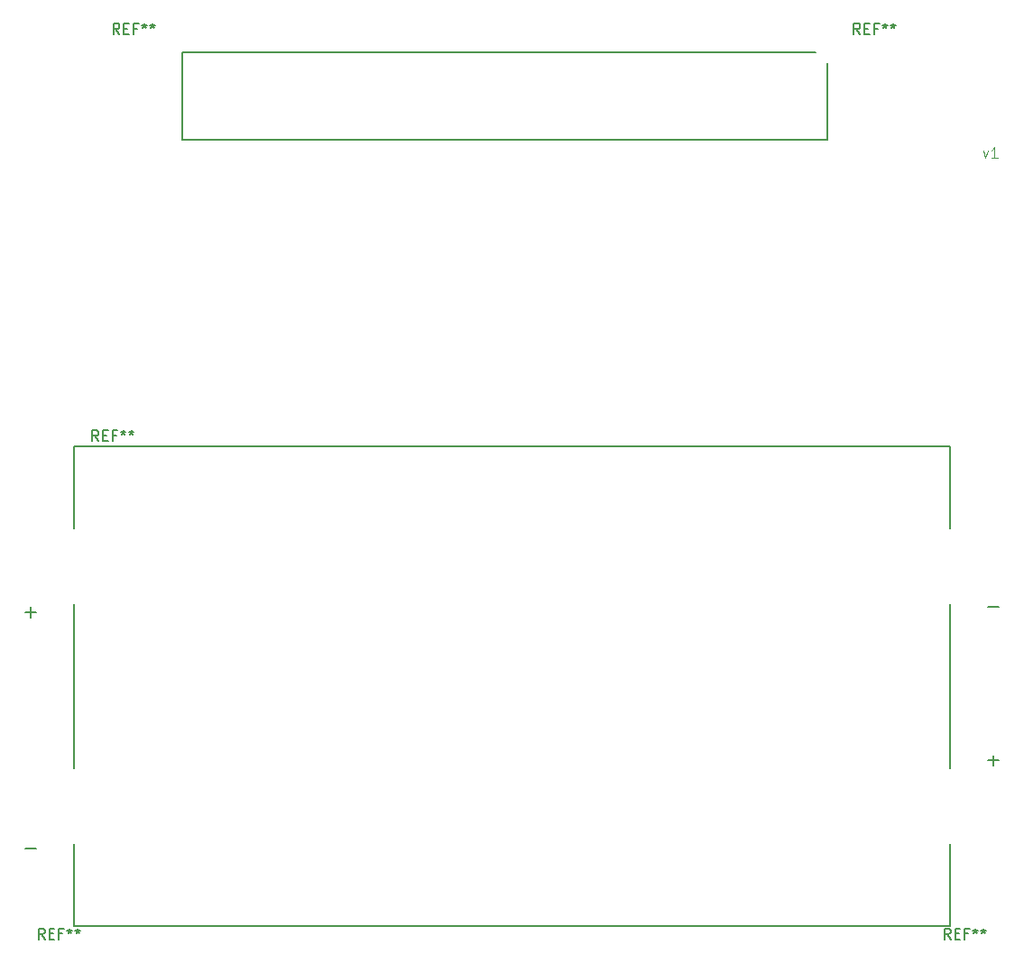
<source format=gbr>
%TF.GenerationSoftware,KiCad,Pcbnew,8.0.0*%
%TF.CreationDate,2025-01-17T03:21:33+02:00*%
%TF.ProjectId,diplomna_2024_bms_pcb_layout,6469706c-6f6d-46e6-915f-323032345f62,rev?*%
%TF.SameCoordinates,Original*%
%TF.FileFunction,Legend,Top*%
%TF.FilePolarity,Positive*%
%FSLAX46Y46*%
G04 Gerber Fmt 4.6, Leading zero omitted, Abs format (unit mm)*
G04 Created by KiCad (PCBNEW 8.0.0) date 2025-01-17 03:21:33*
%MOMM*%
%LPD*%
G01*
G04 APERTURE LIST*
%ADD10C,0.100000*%
%ADD11C,0.150000*%
%ADD12C,0.200000*%
%ADD13C,0.127000*%
G04 APERTURE END LIST*
D10*
X266708646Y-61705752D02*
X266946741Y-62372419D01*
X266946741Y-62372419D02*
X267184836Y-61705752D01*
X268089598Y-62372419D02*
X267518170Y-62372419D01*
X267803884Y-62372419D02*
X267803884Y-61372419D01*
X267803884Y-61372419D02*
X267708646Y-61515276D01*
X267708646Y-61515276D02*
X267613408Y-61610514D01*
X267613408Y-61610514D02*
X267518170Y-61658133D01*
D11*
X263666666Y-135754819D02*
X263333333Y-135278628D01*
X263095238Y-135754819D02*
X263095238Y-134754819D01*
X263095238Y-134754819D02*
X263476190Y-134754819D01*
X263476190Y-134754819D02*
X263571428Y-134802438D01*
X263571428Y-134802438D02*
X263619047Y-134850057D01*
X263619047Y-134850057D02*
X263666666Y-134945295D01*
X263666666Y-134945295D02*
X263666666Y-135088152D01*
X263666666Y-135088152D02*
X263619047Y-135183390D01*
X263619047Y-135183390D02*
X263571428Y-135231009D01*
X263571428Y-135231009D02*
X263476190Y-135278628D01*
X263476190Y-135278628D02*
X263095238Y-135278628D01*
X264095238Y-135231009D02*
X264428571Y-135231009D01*
X264571428Y-135754819D02*
X264095238Y-135754819D01*
X264095238Y-135754819D02*
X264095238Y-134754819D01*
X264095238Y-134754819D02*
X264571428Y-134754819D01*
X265333333Y-135231009D02*
X265000000Y-135231009D01*
X265000000Y-135754819D02*
X265000000Y-134754819D01*
X265000000Y-134754819D02*
X265476190Y-134754819D01*
X266000000Y-134754819D02*
X266000000Y-134992914D01*
X265761905Y-134897676D02*
X266000000Y-134992914D01*
X266000000Y-134992914D02*
X266238095Y-134897676D01*
X265857143Y-135183390D02*
X266000000Y-134992914D01*
X266000000Y-134992914D02*
X266142857Y-135183390D01*
X266761905Y-134754819D02*
X266761905Y-134992914D01*
X266523810Y-134897676D02*
X266761905Y-134992914D01*
X266761905Y-134992914D02*
X267000000Y-134897676D01*
X266619048Y-135183390D02*
X266761905Y-134992914D01*
X266761905Y-134992914D02*
X266904762Y-135183390D01*
X185666666Y-50754819D02*
X185333333Y-50278628D01*
X185095238Y-50754819D02*
X185095238Y-49754819D01*
X185095238Y-49754819D02*
X185476190Y-49754819D01*
X185476190Y-49754819D02*
X185571428Y-49802438D01*
X185571428Y-49802438D02*
X185619047Y-49850057D01*
X185619047Y-49850057D02*
X185666666Y-49945295D01*
X185666666Y-49945295D02*
X185666666Y-50088152D01*
X185666666Y-50088152D02*
X185619047Y-50183390D01*
X185619047Y-50183390D02*
X185571428Y-50231009D01*
X185571428Y-50231009D02*
X185476190Y-50278628D01*
X185476190Y-50278628D02*
X185095238Y-50278628D01*
X186095238Y-50231009D02*
X186428571Y-50231009D01*
X186571428Y-50754819D02*
X186095238Y-50754819D01*
X186095238Y-50754819D02*
X186095238Y-49754819D01*
X186095238Y-49754819D02*
X186571428Y-49754819D01*
X187333333Y-50231009D02*
X187000000Y-50231009D01*
X187000000Y-50754819D02*
X187000000Y-49754819D01*
X187000000Y-49754819D02*
X187476190Y-49754819D01*
X188000000Y-49754819D02*
X188000000Y-49992914D01*
X187761905Y-49897676D02*
X188000000Y-49992914D01*
X188000000Y-49992914D02*
X188238095Y-49897676D01*
X187857143Y-50183390D02*
X188000000Y-49992914D01*
X188000000Y-49992914D02*
X188142857Y-50183390D01*
X188761905Y-49754819D02*
X188761905Y-49992914D01*
X188523810Y-49897676D02*
X188761905Y-49992914D01*
X188761905Y-49992914D02*
X189000000Y-49897676D01*
X188619048Y-50183390D02*
X188761905Y-49992914D01*
X188761905Y-49992914D02*
X188904762Y-50183390D01*
X178666666Y-135754819D02*
X178333333Y-135278628D01*
X178095238Y-135754819D02*
X178095238Y-134754819D01*
X178095238Y-134754819D02*
X178476190Y-134754819D01*
X178476190Y-134754819D02*
X178571428Y-134802438D01*
X178571428Y-134802438D02*
X178619047Y-134850057D01*
X178619047Y-134850057D02*
X178666666Y-134945295D01*
X178666666Y-134945295D02*
X178666666Y-135088152D01*
X178666666Y-135088152D02*
X178619047Y-135183390D01*
X178619047Y-135183390D02*
X178571428Y-135231009D01*
X178571428Y-135231009D02*
X178476190Y-135278628D01*
X178476190Y-135278628D02*
X178095238Y-135278628D01*
X179095238Y-135231009D02*
X179428571Y-135231009D01*
X179571428Y-135754819D02*
X179095238Y-135754819D01*
X179095238Y-135754819D02*
X179095238Y-134754819D01*
X179095238Y-134754819D02*
X179571428Y-134754819D01*
X180333333Y-135231009D02*
X180000000Y-135231009D01*
X180000000Y-135754819D02*
X180000000Y-134754819D01*
X180000000Y-134754819D02*
X180476190Y-134754819D01*
X181000000Y-134754819D02*
X181000000Y-134992914D01*
X180761905Y-134897676D02*
X181000000Y-134992914D01*
X181000000Y-134992914D02*
X181238095Y-134897676D01*
X180857143Y-135183390D02*
X181000000Y-134992914D01*
X181000000Y-134992914D02*
X181142857Y-135183390D01*
X181761905Y-134754819D02*
X181761905Y-134992914D01*
X181523810Y-134897676D02*
X181761905Y-134992914D01*
X181761905Y-134992914D02*
X182000000Y-134897676D01*
X181619048Y-135183390D02*
X181761905Y-134992914D01*
X181761905Y-134992914D02*
X181904762Y-135183390D01*
X255166666Y-50754819D02*
X254833333Y-50278628D01*
X254595238Y-50754819D02*
X254595238Y-49754819D01*
X254595238Y-49754819D02*
X254976190Y-49754819D01*
X254976190Y-49754819D02*
X255071428Y-49802438D01*
X255071428Y-49802438D02*
X255119047Y-49850057D01*
X255119047Y-49850057D02*
X255166666Y-49945295D01*
X255166666Y-49945295D02*
X255166666Y-50088152D01*
X255166666Y-50088152D02*
X255119047Y-50183390D01*
X255119047Y-50183390D02*
X255071428Y-50231009D01*
X255071428Y-50231009D02*
X254976190Y-50278628D01*
X254976190Y-50278628D02*
X254595238Y-50278628D01*
X255595238Y-50231009D02*
X255928571Y-50231009D01*
X256071428Y-50754819D02*
X255595238Y-50754819D01*
X255595238Y-50754819D02*
X255595238Y-49754819D01*
X255595238Y-49754819D02*
X256071428Y-49754819D01*
X256833333Y-50231009D02*
X256500000Y-50231009D01*
X256500000Y-50754819D02*
X256500000Y-49754819D01*
X256500000Y-49754819D02*
X256976190Y-49754819D01*
X257500000Y-49754819D02*
X257500000Y-49992914D01*
X257261905Y-49897676D02*
X257500000Y-49992914D01*
X257500000Y-49992914D02*
X257738095Y-49897676D01*
X257357143Y-50183390D02*
X257500000Y-49992914D01*
X257500000Y-49992914D02*
X257642857Y-50183390D01*
X258261905Y-49754819D02*
X258261905Y-49992914D01*
X258023810Y-49897676D02*
X258261905Y-49992914D01*
X258261905Y-49992914D02*
X258500000Y-49897676D01*
X258119048Y-50183390D02*
X258261905Y-49992914D01*
X258261905Y-49992914D02*
X258404762Y-50183390D01*
X183701666Y-88959819D02*
X183368333Y-88483628D01*
X183130238Y-88959819D02*
X183130238Y-87959819D01*
X183130238Y-87959819D02*
X183511190Y-87959819D01*
X183511190Y-87959819D02*
X183606428Y-88007438D01*
X183606428Y-88007438D02*
X183654047Y-88055057D01*
X183654047Y-88055057D02*
X183701666Y-88150295D01*
X183701666Y-88150295D02*
X183701666Y-88293152D01*
X183701666Y-88293152D02*
X183654047Y-88388390D01*
X183654047Y-88388390D02*
X183606428Y-88436009D01*
X183606428Y-88436009D02*
X183511190Y-88483628D01*
X183511190Y-88483628D02*
X183130238Y-88483628D01*
X184130238Y-88436009D02*
X184463571Y-88436009D01*
X184606428Y-88959819D02*
X184130238Y-88959819D01*
X184130238Y-88959819D02*
X184130238Y-87959819D01*
X184130238Y-87959819D02*
X184606428Y-87959819D01*
X185368333Y-88436009D02*
X185035000Y-88436009D01*
X185035000Y-88959819D02*
X185035000Y-87959819D01*
X185035000Y-87959819D02*
X185511190Y-87959819D01*
X186035000Y-87959819D02*
X186035000Y-88197914D01*
X185796905Y-88102676D02*
X186035000Y-88197914D01*
X186035000Y-88197914D02*
X186273095Y-88102676D01*
X185892143Y-88388390D02*
X186035000Y-88197914D01*
X186035000Y-88197914D02*
X186177857Y-88388390D01*
X186796905Y-87959819D02*
X186796905Y-88197914D01*
X186558810Y-88102676D02*
X186796905Y-88197914D01*
X186796905Y-88197914D02*
X187035000Y-88102676D01*
X186654048Y-88388390D02*
X186796905Y-88197914D01*
X186796905Y-88197914D02*
X186939762Y-88388390D01*
D12*
%TO.C,J\u002A\u002A*%
X191600000Y-52500000D02*
X191600000Y-60700000D01*
X191600000Y-60700000D02*
X252100000Y-60700000D01*
X251000000Y-52500000D02*
X191600000Y-52500000D01*
X252100000Y-60700000D02*
X252100000Y-53500000D01*
D13*
%TO.C,REF\u002A\u002A*%
X176815000Y-105025000D02*
X177815000Y-105025000D01*
X176815000Y-127225000D02*
X177815000Y-127225000D01*
X177315000Y-104525000D02*
X177315000Y-105525000D01*
X181402800Y-89445000D02*
X263597200Y-89445000D01*
X181402800Y-97175000D02*
X181402800Y-89445000D01*
X181402800Y-119725000D02*
X181402800Y-104275000D01*
X181402800Y-134555000D02*
X181402800Y-126825000D01*
X263597200Y-89445000D02*
X263597200Y-97175000D01*
X263597200Y-104275000D02*
X263597200Y-119725000D01*
X263597200Y-126825000D02*
X263597200Y-134555000D01*
X263597200Y-134555000D02*
X181402800Y-134555000D01*
X267185000Y-104525000D02*
X268185000Y-104525000D01*
X267185000Y-118975000D02*
X268185000Y-118975000D01*
X267685000Y-118475000D02*
X267685000Y-119475000D01*
%TD*%
M02*

</source>
